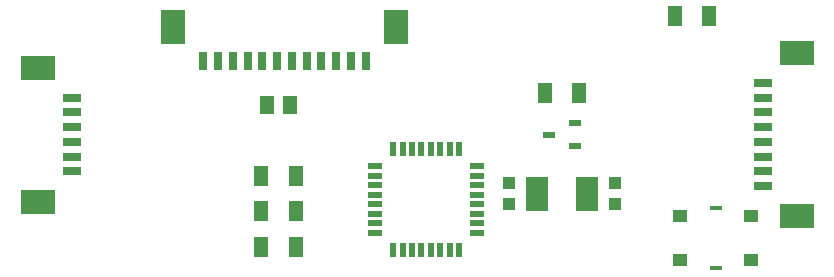
<source format=gbr>
G04 EAGLE Gerber X2 export*
%TF.Part,Single*%
%TF.FileFunction,Paste,Top*%
%TF.FilePolarity,Positive*%
%TF.GenerationSoftware,Autodesk,EAGLE,9.1.0*%
%TF.CreationDate,2020-08-17T16:32:54Z*%
G75*
%MOMM*%
%FSLAX34Y34*%
%LPD*%
%AMOC8*
5,1,8,0,0,1.08239X$1,22.5*%
G01*
%ADD10R,1.300000X1.600000*%
%ADD11R,1.080000X1.050000*%
%ADD12R,1.270000X0.558800*%
%ADD13R,0.558800X1.270000*%
%ADD14R,1.050000X0.600000*%
%ADD15R,1.950000X2.950000*%
%ADD16R,1.600000X0.800000*%
%ADD17R,3.000000X2.100000*%
%ADD18R,0.800000X1.600000*%
%ADD19R,2.100000X3.000000*%
%ADD20R,1.160000X1.680000*%
%ADD21R,1.200000X1.100000*%
%ADD22R,1.000000X0.450000*%


D10*
X285000Y170000D03*
X305000Y170000D03*
D11*
X580000Y103750D03*
X580000Y86250D03*
X490000Y103750D03*
X490000Y86250D03*
D12*
X462926Y62000D03*
X462926Y70000D03*
X462926Y78000D03*
X462926Y86000D03*
X462926Y94000D03*
X462926Y102000D03*
X462926Y110000D03*
X462926Y118000D03*
D13*
X448000Y132926D03*
X440000Y132926D03*
X432000Y132926D03*
X424000Y132926D03*
X416000Y132926D03*
X408000Y132926D03*
X400000Y132926D03*
X392000Y132926D03*
D12*
X377074Y118000D03*
X377074Y110000D03*
X377074Y102000D03*
X377074Y94000D03*
X377074Y86000D03*
X377074Y78000D03*
X377074Y70000D03*
X377074Y62000D03*
D13*
X392000Y47074D03*
X400000Y47074D03*
X408000Y47074D03*
X416000Y47074D03*
X424000Y47074D03*
X432000Y47074D03*
X440000Y47074D03*
X448000Y47074D03*
D14*
X546000Y135500D03*
X546000Y154500D03*
X524000Y145000D03*
D15*
X513500Y95000D03*
X556500Y95000D03*
D16*
X704960Y101250D03*
X704960Y113750D03*
X704960Y126250D03*
X704960Y138750D03*
X704960Y151250D03*
X704960Y163750D03*
X704960Y176250D03*
X704960Y188750D03*
D17*
X733960Y214250D03*
X733960Y75750D03*
D18*
X368750Y207000D03*
X356250Y207000D03*
X343750Y207000D03*
X331250Y207000D03*
X318750Y207000D03*
X306250Y207000D03*
X293750Y207000D03*
X281250Y207000D03*
X268750Y207000D03*
X256250Y207000D03*
X243750Y207000D03*
X231250Y207000D03*
D19*
X394250Y236000D03*
X205750Y236000D03*
D16*
X120000Y176250D03*
X120000Y163750D03*
X120000Y151250D03*
X120000Y138750D03*
X120000Y126250D03*
X120000Y113750D03*
D17*
X91000Y201750D03*
X91000Y88250D03*
D20*
X280250Y50000D03*
X309750Y50000D03*
X549750Y180000D03*
X520250Y180000D03*
X659750Y245000D03*
X630250Y245000D03*
X309750Y110000D03*
X280250Y110000D03*
X280250Y80000D03*
X309750Y80000D03*
D21*
X695000Y76000D03*
X695000Y39000D03*
X635000Y76000D03*
X635000Y39000D03*
D22*
X665000Y82750D03*
X665000Y32250D03*
M02*

</source>
